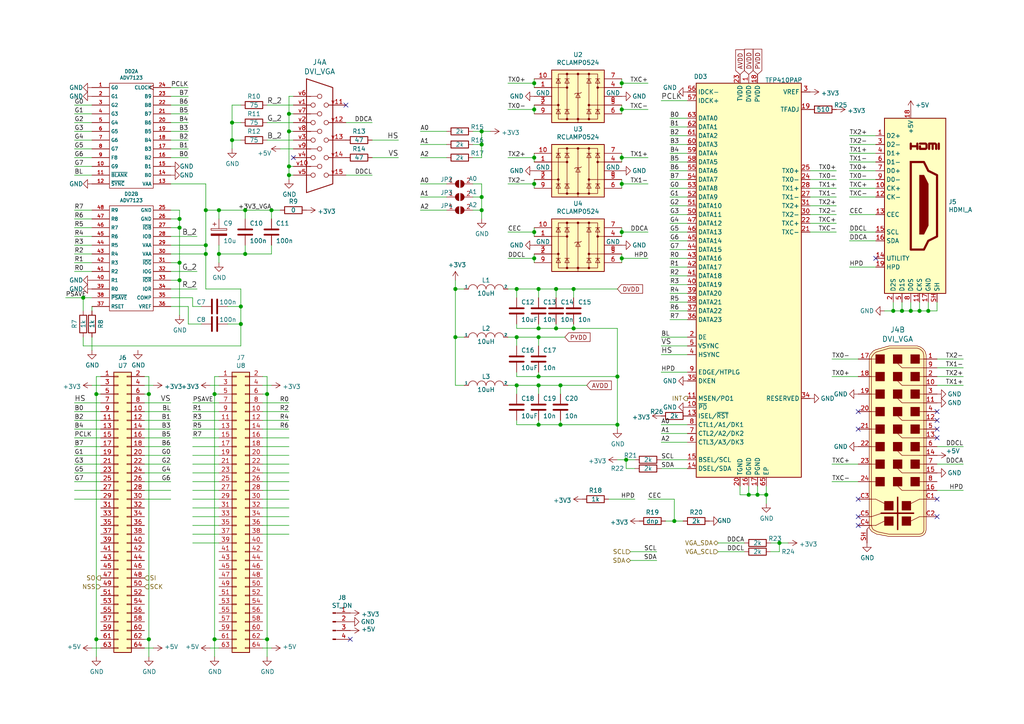
<source format=kicad_sch>
(kicad_sch (version 20200828) (generator eeschema)
  (page 3 4)
  (paper "A4")
  (junction (at 24.13 86.36) (diameter 1.016))
  (junction (at 27.94 114.3) (diameter 1.016))
  (junction (at 27.94 185.42) (diameter 1.016))
  (junction (at 43.18 114.3) (diameter 1.016))
  (junction (at 43.18 185.42) (diameter 1.016))
  (junction (at 52.07 63.5) (diameter 1.016))
  (junction (at 52.07 66.04) (diameter 1.016))
  (junction (at 52.07 76.2) (diameter 1.016))
  (junction (at 52.07 81.28) (diameter 1.016))
  (junction (at 59.69 60.96) (diameter 1.016))
  (junction (at 59.69 71.12) (diameter 1.016))
  (junction (at 59.69 73.66) (diameter 1.016))
  (junction (at 62.23 114.3) (diameter 1.016))
  (junction (at 62.23 185.42) (diameter 1.016))
  (junction (at 63.5 60.96) (diameter 1.016))
  (junction (at 63.5 73.66) (diameter 1.016))
  (junction (at 67.31 35.56) (diameter 1.016))
  (junction (at 67.31 40.64) (diameter 1.016))
  (junction (at 69.85 88.9) (diameter 1.016))
  (junction (at 69.85 93.98) (diameter 1.016))
  (junction (at 71.12 60.96) (diameter 1.016))
  (junction (at 71.12 73.66) (diameter 1.016))
  (junction (at 77.47 114.3) (diameter 1.016))
  (junction (at 77.47 185.42) (diameter 1.016))
  (junction (at 78.74 60.96) (diameter 1.016))
  (junction (at 83.82 33.02) (diameter 1.016))
  (junction (at 83.82 38.1) (diameter 1.016))
  (junction (at 83.82 48.26) (diameter 1.016))
  (junction (at 83.82 50.8) (diameter 1.016))
  (junction (at 132.08 83.82) (diameter 1.016))
  (junction (at 132.08 97.79) (diameter 1.016))
  (junction (at 139.7 38.1) (diameter 1.016))
  (junction (at 139.7 41.91) (diameter 1.016))
  (junction (at 139.7 57.15) (diameter 1.016))
  (junction (at 139.7 60.96) (diameter 1.016))
  (junction (at 149.86 83.82) (diameter 1.016))
  (junction (at 149.86 97.79) (diameter 1.016))
  (junction (at 149.86 111.76) (diameter 1.016))
  (junction (at 154.94 24.13) (diameter 1.016))
  (junction (at 154.94 31.75) (diameter 1.016))
  (junction (at 154.94 45.72) (diameter 1.016))
  (junction (at 154.94 53.34) (diameter 1.016))
  (junction (at 154.94 67.31) (diameter 1.016))
  (junction (at 154.94 74.93) (diameter 1.016))
  (junction (at 156.21 83.82) (diameter 1.016))
  (junction (at 156.21 95.25) (diameter 1.016))
  (junction (at 156.21 97.79) (diameter 1.016))
  (junction (at 156.21 109.22) (diameter 1.016))
  (junction (at 156.21 111.76) (diameter 1.016))
  (junction (at 156.21 123.19) (diameter 1.016))
  (junction (at 161.29 83.82) (diameter 1.016))
  (junction (at 161.29 95.25) (diameter 1.016))
  (junction (at 162.56 111.76) (diameter 1.016))
  (junction (at 162.56 123.19) (diameter 1.016))
  (junction (at 166.37 83.82) (diameter 1.016))
  (junction (at 166.37 95.25) (diameter 1.016))
  (junction (at 179.07 109.22) (diameter 1.016))
  (junction (at 179.07 123.19) (diameter 1.016))
  (junction (at 180.34 24.13) (diameter 1.016))
  (junction (at 180.34 31.75) (diameter 1.016))
  (junction (at 180.34 45.72) (diameter 1.016))
  (junction (at 180.34 53.34) (diameter 1.016))
  (junction (at 180.34 67.31) (diameter 1.016))
  (junction (at 180.34 74.93) (diameter 1.016))
  (junction (at 181.61 133.35) (diameter 1.016))
  (junction (at 195.58 151.13) (diameter 1.016))
  (junction (at 217.17 143.51) (diameter 1.016))
  (junction (at 219.71 143.51) (diameter 1.016))
  (junction (at 222.25 143.51) (diameter 1.016))
  (junction (at 226.06 157.48) (diameter 1.016))
  (junction (at 259.08 90.17) (diameter 1.016))
  (junction (at 261.62 90.17) (diameter 1.016))
  (junction (at 264.16 90.17) (diameter 1.016))
  (junction (at 266.7 90.17) (diameter 1.016))
  (junction (at 269.24 90.17) (diameter 1.016))
  (no_connect (at 254 74.93))
  (no_connect (at 271.78 144.78))
  (no_connect (at 248.92 124.46))
  (no_connect (at 85.09 45.72))
  (no_connect (at 101.6 185.42))
  (no_connect (at 248.92 149.86))
  (no_connect (at 248.92 144.78))
  (no_connect (at 271.78 149.86))
  (no_connect (at 271.78 121.92))
  (no_connect (at 100.33 30.48))
  (no_connect (at 248.92 152.4))
  (no_connect (at 248.92 119.38))
  (no_connect (at 271.78 124.46))
  (no_connect (at 271.78 119.38))
  (no_connect (at 271.78 127))
  (wire (pts (xy 19.05 86.36) (xy 24.13 86.36)))
  (wire (pts (xy 21.59 30.48) (xy 26.67 30.48)))
  (wire (pts (xy 21.59 33.02) (xy 26.67 33.02)))
  (wire (pts (xy 21.59 35.56) (xy 26.67 35.56)))
  (wire (pts (xy 21.59 38.1) (xy 26.67 38.1)))
  (wire (pts (xy 21.59 40.64) (xy 26.67 40.64)))
  (wire (pts (xy 21.59 43.18) (xy 26.67 43.18)))
  (wire (pts (xy 21.59 45.72) (xy 26.67 45.72)))
  (wire (pts (xy 21.59 48.26) (xy 26.67 48.26)))
  (wire (pts (xy 21.59 50.8) (xy 26.67 50.8)))
  (wire (pts (xy 21.59 60.96) (xy 26.67 60.96)))
  (wire (pts (xy 21.59 63.5) (xy 26.67 63.5)))
  (wire (pts (xy 21.59 66.04) (xy 26.67 66.04)))
  (wire (pts (xy 21.59 68.58) (xy 26.67 68.58)))
  (wire (pts (xy 21.59 71.12) (xy 26.67 71.12)))
  (wire (pts (xy 21.59 73.66) (xy 26.67 73.66)))
  (wire (pts (xy 21.59 76.2) (xy 26.67 76.2)))
  (wire (pts (xy 21.59 78.74) (xy 26.67 78.74)))
  (wire (pts (xy 21.59 116.84) (xy 29.21 116.84)))
  (wire (pts (xy 21.59 119.38) (xy 29.21 119.38)))
  (wire (pts (xy 21.59 121.92) (xy 29.21 121.92)))
  (wire (pts (xy 21.59 124.46) (xy 29.21 124.46)))
  (wire (pts (xy 21.59 127) (xy 29.21 127)))
  (wire (pts (xy 21.59 129.54) (xy 29.21 129.54)))
  (wire (pts (xy 21.59 132.08) (xy 29.21 132.08)))
  (wire (pts (xy 21.59 134.62) (xy 29.21 134.62)))
  (wire (pts (xy 21.59 137.16) (xy 29.21 137.16)))
  (wire (pts (xy 21.59 139.7) (xy 29.21 139.7)))
  (wire (pts (xy 21.59 142.24) (xy 29.21 142.24)))
  (wire (pts (xy 21.59 144.78) (xy 29.21 144.78)))
  (wire (pts (xy 24.13 86.36) (xy 24.13 90.17)))
  (wire (pts (xy 24.13 86.36) (xy 26.67 86.36)))
  (wire (pts (xy 24.13 97.79) (xy 24.13 100.33)))
  (wire (pts (xy 24.13 100.33) (xy 69.85 100.33)))
  (wire (pts (xy 26.67 88.9) (xy 26.67 90.17)))
  (wire (pts (xy 26.67 97.79) (xy 26.67 101.6)))
  (wire (pts (xy 26.67 111.76) (xy 29.21 111.76)))
  (wire (pts (xy 26.67 187.96) (xy 29.21 187.96)))
  (wire (pts (xy 27.94 109.22) (xy 29.21 109.22)))
  (wire (pts (xy 27.94 114.3) (xy 27.94 109.22)))
  (wire (pts (xy 27.94 114.3) (xy 29.21 114.3)))
  (wire (pts (xy 27.94 185.42) (xy 27.94 114.3)))
  (wire (pts (xy 27.94 185.42) (xy 29.21 185.42)))
  (wire (pts (xy 27.94 190.5) (xy 27.94 185.42)))
  (wire (pts (xy 41.91 109.22) (xy 43.18 109.22)))
  (wire (pts (xy 41.91 111.76) (xy 44.45 111.76)))
  (wire (pts (xy 41.91 114.3) (xy 43.18 114.3)))
  (wire (pts (xy 41.91 116.84) (xy 49.53 116.84)))
  (wire (pts (xy 41.91 119.38) (xy 49.53 119.38)))
  (wire (pts (xy 41.91 121.92) (xy 49.53 121.92)))
  (wire (pts (xy 41.91 124.46) (xy 49.53 124.46)))
  (wire (pts (xy 41.91 127) (xy 49.53 127)))
  (wire (pts (xy 41.91 129.54) (xy 49.53 129.54)))
  (wire (pts (xy 41.91 132.08) (xy 49.53 132.08)))
  (wire (pts (xy 41.91 134.62) (xy 49.53 134.62)))
  (wire (pts (xy 41.91 137.16) (xy 49.53 137.16)))
  (wire (pts (xy 41.91 139.7) (xy 49.53 139.7)))
  (wire (pts (xy 41.91 142.24) (xy 49.53 142.24)))
  (wire (pts (xy 41.91 144.78) (xy 49.53 144.78)))
  (wire (pts (xy 41.91 185.42) (xy 43.18 185.42)))
  (wire (pts (xy 41.91 187.96) (xy 44.45 187.96)))
  (wire (pts (xy 43.18 109.22) (xy 43.18 114.3)))
  (wire (pts (xy 43.18 114.3) (xy 43.18 185.42)))
  (wire (pts (xy 43.18 185.42) (xy 43.18 190.5)))
  (wire (pts (xy 49.53 53.34) (xy 59.69 53.34)))
  (wire (pts (xy 49.53 60.96) (xy 52.07 60.96)))
  (wire (pts (xy 49.53 63.5) (xy 52.07 63.5)))
  (wire (pts (xy 49.53 66.04) (xy 52.07 66.04)))
  (wire (pts (xy 49.53 68.58) (xy 57.15 68.58)))
  (wire (pts (xy 49.53 71.12) (xy 59.69 71.12)))
  (wire (pts (xy 49.53 73.66) (xy 59.69 73.66)))
  (wire (pts (xy 49.53 76.2) (xy 52.07 76.2)))
  (wire (pts (xy 49.53 78.74) (xy 57.15 78.74)))
  (wire (pts (xy 49.53 81.28) (xy 52.07 81.28)))
  (wire (pts (xy 49.53 83.82) (xy 57.15 83.82)))
  (wire (pts (xy 49.53 86.36) (xy 55.88 86.36)))
  (wire (pts (xy 49.53 88.9) (xy 54.61 88.9)))
  (wire (pts (xy 52.07 60.96) (xy 52.07 63.5)))
  (wire (pts (xy 52.07 63.5) (xy 52.07 66.04)))
  (wire (pts (xy 52.07 66.04) (xy 52.07 76.2)))
  (wire (pts (xy 52.07 76.2) (xy 52.07 81.28)))
  (wire (pts (xy 52.07 81.28) (xy 52.07 91.44)))
  (wire (pts (xy 54.61 25.4) (xy 49.53 25.4)))
  (wire (pts (xy 54.61 27.94) (xy 49.53 27.94)))
  (wire (pts (xy 54.61 30.48) (xy 49.53 30.48)))
  (wire (pts (xy 54.61 33.02) (xy 49.53 33.02)))
  (wire (pts (xy 54.61 35.56) (xy 49.53 35.56)))
  (wire (pts (xy 54.61 38.1) (xy 49.53 38.1)))
  (wire (pts (xy 54.61 40.64) (xy 49.53 40.64)))
  (wire (pts (xy 54.61 43.18) (xy 49.53 43.18)))
  (wire (pts (xy 54.61 45.72) (xy 49.53 45.72)))
  (wire (pts (xy 54.61 88.9) (xy 54.61 93.98)))
  (wire (pts (xy 54.61 93.98) (xy 58.42 93.98)))
  (wire (pts (xy 55.88 86.36) (xy 55.88 88.9)))
  (wire (pts (xy 55.88 88.9) (xy 58.42 88.9)))
  (wire (pts (xy 55.88 116.84) (xy 63.5 116.84)))
  (wire (pts (xy 55.88 119.38) (xy 63.5 119.38)))
  (wire (pts (xy 55.88 121.92) (xy 63.5 121.92)))
  (wire (pts (xy 55.88 124.46) (xy 63.5 124.46)))
  (wire (pts (xy 55.88 127) (xy 63.5 127)))
  (wire (pts (xy 55.88 129.54) (xy 63.5 129.54)))
  (wire (pts (xy 55.88 132.08) (xy 63.5 132.08)))
  (wire (pts (xy 55.88 134.62) (xy 63.5 134.62)))
  (wire (pts (xy 55.88 137.16) (xy 63.5 137.16)))
  (wire (pts (xy 55.88 139.7) (xy 63.5 139.7)))
  (wire (pts (xy 55.88 142.24) (xy 63.5 142.24)))
  (wire (pts (xy 55.88 144.78) (xy 63.5 144.78)))
  (wire (pts (xy 55.88 147.32) (xy 63.5 147.32)))
  (wire (pts (xy 55.88 149.86) (xy 63.5 149.86)))
  (wire (pts (xy 55.88 152.4) (xy 63.5 152.4)))
  (wire (pts (xy 55.88 154.94) (xy 63.5 154.94)))
  (wire (pts (xy 55.88 157.48) (xy 63.5 157.48)))
  (wire (pts (xy 59.69 53.34) (xy 59.69 60.96)))
  (wire (pts (xy 59.69 60.96) (xy 59.69 71.12)))
  (wire (pts (xy 59.69 60.96) (xy 63.5 60.96)))
  (wire (pts (xy 59.69 71.12) (xy 59.69 73.66)))
  (wire (pts (xy 59.69 73.66) (xy 59.69 83.82)))
  (wire (pts (xy 59.69 83.82) (xy 69.85 83.82)))
  (wire (pts (xy 60.96 111.76) (xy 63.5 111.76)))
  (wire (pts (xy 60.96 187.96) (xy 63.5 187.96)))
  (wire (pts (xy 62.23 109.22) (xy 63.5 109.22)))
  (wire (pts (xy 62.23 114.3) (xy 62.23 109.22)))
  (wire (pts (xy 62.23 114.3) (xy 62.23 185.42)))
  (wire (pts (xy 62.23 114.3) (xy 63.5 114.3)))
  (wire (pts (xy 62.23 185.42) (xy 62.23 190.5)))
  (wire (pts (xy 62.23 185.42) (xy 63.5 185.42)))
  (wire (pts (xy 63.5 60.96) (xy 63.5 63.5)))
  (wire (pts (xy 63.5 60.96) (xy 71.12 60.96)))
  (wire (pts (xy 63.5 71.12) (xy 63.5 73.66)))
  (wire (pts (xy 63.5 73.66) (xy 63.5 76.2)))
  (wire (pts (xy 63.5 73.66) (xy 71.12 73.66)))
  (wire (pts (xy 66.04 88.9) (xy 69.85 88.9)))
  (wire (pts (xy 67.31 30.48) (xy 69.85 30.48)))
  (wire (pts (xy 67.31 35.56) (xy 67.31 30.48)))
  (wire (pts (xy 67.31 35.56) (xy 69.85 35.56)))
  (wire (pts (xy 67.31 40.64) (xy 67.31 35.56)))
  (wire (pts (xy 67.31 40.64) (xy 69.85 40.64)))
  (wire (pts (xy 67.31 43.18) (xy 67.31 40.64)))
  (wire (pts (xy 69.85 83.82) (xy 69.85 88.9)))
  (wire (pts (xy 69.85 88.9) (xy 69.85 93.98)))
  (wire (pts (xy 69.85 93.98) (xy 66.04 93.98)))
  (wire (pts (xy 69.85 100.33) (xy 69.85 93.98)))
  (wire (pts (xy 71.12 60.96) (xy 71.12 63.5)))
  (wire (pts (xy 71.12 60.96) (xy 78.74 60.96)))
  (wire (pts (xy 71.12 71.12) (xy 71.12 73.66)))
  (wire (pts (xy 71.12 73.66) (xy 78.74 73.66)))
  (wire (pts (xy 76.2 116.84) (xy 83.82 116.84)))
  (wire (pts (xy 76.2 119.38) (xy 83.82 119.38)))
  (wire (pts (xy 76.2 121.92) (xy 83.82 121.92)))
  (wire (pts (xy 76.2 124.46) (xy 83.82 124.46)))
  (wire (pts (xy 76.2 127) (xy 83.82 127)))
  (wire (pts (xy 76.2 129.54) (xy 83.82 129.54)))
  (wire (pts (xy 76.2 132.08) (xy 83.82 132.08)))
  (wire (pts (xy 76.2 134.62) (xy 83.82 134.62)))
  (wire (pts (xy 76.2 137.16) (xy 83.82 137.16)))
  (wire (pts (xy 76.2 139.7) (xy 83.82 139.7)))
  (wire (pts (xy 76.2 142.24) (xy 83.82 142.24)))
  (wire (pts (xy 76.2 144.78) (xy 83.82 144.78)))
  (wire (pts (xy 76.2 147.32) (xy 83.82 147.32)))
  (wire (pts (xy 76.2 149.86) (xy 83.82 149.86)))
  (wire (pts (xy 76.2 152.4) (xy 83.82 152.4)))
  (wire (pts (xy 76.2 154.94) (xy 83.82 154.94)))
  (wire (pts (xy 76.2 185.42) (xy 77.47 185.42)))
  (wire (pts (xy 76.2 187.96) (xy 78.74 187.96)))
  (wire (pts (xy 77.47 30.48) (xy 85.09 30.48)))
  (wire (pts (xy 77.47 35.56) (xy 85.09 35.56)))
  (wire (pts (xy 77.47 40.64) (xy 85.09 40.64)))
  (wire (pts (xy 77.47 109.22) (xy 76.2 109.22)))
  (wire (pts (xy 77.47 114.3) (xy 76.2 114.3)))
  (wire (pts (xy 77.47 114.3) (xy 77.47 109.22)))
  (wire (pts (xy 77.47 114.3) (xy 77.47 185.42)))
  (wire (pts (xy 77.47 185.42) (xy 77.47 190.5)))
  (wire (pts (xy 78.74 60.96) (xy 78.74 63.5)))
  (wire (pts (xy 78.74 60.96) (xy 81.28 60.96)))
  (wire (pts (xy 78.74 73.66) (xy 78.74 71.12)))
  (wire (pts (xy 78.74 111.76) (xy 76.2 111.76)))
  (wire (pts (xy 81.28 43.18) (xy 85.09 43.18)))
  (wire (pts (xy 83.82 27.94) (xy 85.09 27.94)))
  (wire (pts (xy 83.82 33.02) (xy 83.82 27.94)))
  (wire (pts (xy 83.82 33.02) (xy 85.09 33.02)))
  (wire (pts (xy 83.82 38.1) (xy 83.82 33.02)))
  (wire (pts (xy 83.82 38.1) (xy 85.09 38.1)))
  (wire (pts (xy 83.82 48.26) (xy 83.82 38.1)))
  (wire (pts (xy 83.82 48.26) (xy 85.09 48.26)))
  (wire (pts (xy 83.82 50.8) (xy 83.82 48.26)))
  (wire (pts (xy 83.82 50.8) (xy 85.09 50.8)))
  (wire (pts (xy 83.82 52.07) (xy 83.82 50.8)))
  (wire (pts (xy 107.95 35.56) (xy 100.33 35.56)))
  (wire (pts (xy 107.95 40.64) (xy 115.57 40.64)))
  (wire (pts (xy 107.95 45.72) (xy 115.57 45.72)))
  (wire (pts (xy 107.95 50.8) (xy 100.33 50.8)))
  (wire (pts (xy 121.92 38.1) (xy 129.54 38.1)))
  (wire (pts (xy 121.92 41.91) (xy 129.54 41.91)))
  (wire (pts (xy 121.92 45.72) (xy 129.54 45.72)))
  (wire (pts (xy 121.92 53.34) (xy 129.54 53.34)))
  (wire (pts (xy 121.92 57.15) (xy 129.54 57.15)))
  (wire (pts (xy 121.92 60.96) (xy 129.54 60.96)))
  (wire (pts (xy 132.08 81.28) (xy 132.08 83.82)))
  (wire (pts (xy 132.08 83.82) (xy 134.62 83.82)))
  (wire (pts (xy 132.08 97.79) (xy 132.08 83.82)))
  (wire (pts (xy 132.08 97.79) (xy 134.62 97.79)))
  (wire (pts (xy 132.08 111.76) (xy 132.08 97.79)))
  (wire (pts (xy 134.62 111.76) (xy 132.08 111.76)))
  (wire (pts (xy 137.16 38.1) (xy 139.7 38.1)))
  (wire (pts (xy 137.16 41.91) (xy 139.7 41.91)))
  (wire (pts (xy 137.16 45.72) (xy 139.7 45.72)))
  (wire (pts (xy 137.16 53.34) (xy 139.7 53.34)))
  (wire (pts (xy 137.16 57.15) (xy 139.7 57.15)))
  (wire (pts (xy 137.16 60.96) (xy 139.7 60.96)))
  (wire (pts (xy 139.7 38.1) (xy 142.24 38.1)))
  (wire (pts (xy 139.7 41.91) (xy 139.7 38.1)))
  (wire (pts (xy 139.7 45.72) (xy 139.7 41.91)))
  (wire (pts (xy 139.7 53.34) (xy 139.7 57.15)))
  (wire (pts (xy 139.7 57.15) (xy 139.7 60.96)))
  (wire (pts (xy 139.7 60.96) (xy 139.7 63.5)))
  (wire (pts (xy 147.32 24.13) (xy 154.94 24.13)))
  (wire (pts (xy 147.32 31.75) (xy 154.94 31.75)))
  (wire (pts (xy 147.32 45.72) (xy 154.94 45.72)))
  (wire (pts (xy 147.32 53.34) (xy 154.94 53.34)))
  (wire (pts (xy 147.32 67.31) (xy 154.94 67.31)))
  (wire (pts (xy 147.32 74.93) (xy 154.94 74.93)))
  (wire (pts (xy 147.32 83.82) (xy 149.86 83.82)))
  (wire (pts (xy 147.32 97.79) (xy 149.86 97.79)))
  (wire (pts (xy 147.32 111.76) (xy 149.86 111.76)))
  (wire (pts (xy 149.86 83.82) (xy 149.86 86.36)))
  (wire (pts (xy 149.86 83.82) (xy 156.21 83.82)))
  (wire (pts (xy 149.86 93.98) (xy 149.86 95.25)))
  (wire (pts (xy 149.86 95.25) (xy 156.21 95.25)))
  (wire (pts (xy 149.86 97.79) (xy 149.86 100.33)))
  (wire (pts (xy 149.86 97.79) (xy 156.21 97.79)))
  (wire (pts (xy 149.86 107.95) (xy 149.86 109.22)))
  (wire (pts (xy 149.86 109.22) (xy 156.21 109.22)))
  (wire (pts (xy 149.86 111.76) (xy 149.86 114.3)))
  (wire (pts (xy 149.86 111.76) (xy 156.21 111.76)))
  (wire (pts (xy 149.86 121.92) (xy 149.86 123.19)))
  (wire (pts (xy 149.86 123.19) (xy 156.21 123.19)))
  (wire (pts (xy 154.94 22.86) (xy 154.94 24.13)))
  (wire (pts (xy 154.94 24.13) (xy 154.94 25.4)))
  (wire (pts (xy 154.94 30.48) (xy 154.94 31.75)))
  (wire (pts (xy 154.94 31.75) (xy 154.94 33.02)))
  (wire (pts (xy 154.94 44.45) (xy 154.94 45.72)))
  (wire (pts (xy 154.94 45.72) (xy 154.94 46.99)))
  (wire (pts (xy 154.94 52.07) (xy 154.94 53.34)))
  (wire (pts (xy 154.94 53.34) (xy 154.94 54.61)))
  (wire (pts (xy 154.94 66.04) (xy 154.94 67.31)))
  (wire (pts (xy 154.94 67.31) (xy 154.94 68.58)))
  (wire (pts (xy 154.94 73.66) (xy 154.94 74.93)))
  (wire (pts (xy 154.94 74.93) (xy 154.94 76.2)))
  (wire (pts (xy 156.21 83.82) (xy 156.21 86.36)))
  (wire (pts (xy 156.21 83.82) (xy 161.29 83.82)))
  (wire (pts (xy 156.21 93.98) (xy 156.21 95.25)))
  (wire (pts (xy 156.21 95.25) (xy 161.29 95.25)))
  (wire (pts (xy 156.21 97.79) (xy 156.21 100.33)))
  (wire (pts (xy 156.21 97.79) (xy 163.83 97.79)))
  (wire (pts (xy 156.21 107.95) (xy 156.21 109.22)))
  (wire (pts (xy 156.21 109.22) (xy 179.07 109.22)))
  (wire (pts (xy 156.21 111.76) (xy 156.21 114.3)))
  (wire (pts (xy 156.21 111.76) (xy 162.56 111.76)))
  (wire (pts (xy 156.21 121.92) (xy 156.21 123.19)))
  (wire (pts (xy 156.21 123.19) (xy 162.56 123.19)))
  (wire (pts (xy 161.29 83.82) (xy 161.29 86.36)))
  (wire (pts (xy 161.29 83.82) (xy 166.37 83.82)))
  (wire (pts (xy 161.29 93.98) (xy 161.29 95.25)))
  (wire (pts (xy 161.29 95.25) (xy 166.37 95.25)))
  (wire (pts (xy 162.56 111.76) (xy 162.56 114.3)))
  (wire (pts (xy 162.56 111.76) (xy 170.18 111.76)))
  (wire (pts (xy 162.56 121.92) (xy 162.56 123.19)))
  (wire (pts (xy 162.56 123.19) (xy 179.07 123.19)))
  (wire (pts (xy 166.37 83.82) (xy 166.37 86.36)))
  (wire (pts (xy 166.37 83.82) (xy 179.07 83.82)))
  (wire (pts (xy 166.37 93.98) (xy 166.37 95.25)))
  (wire (pts (xy 166.37 95.25) (xy 179.07 95.25)))
  (wire (pts (xy 179.07 109.22) (xy 179.07 95.25)))
  (wire (pts (xy 179.07 123.19) (xy 179.07 109.22)))
  (wire (pts (xy 179.07 123.19) (xy 179.07 124.46)))
  (wire (pts (xy 180.34 22.86) (xy 180.34 24.13)))
  (wire (pts (xy 180.34 24.13) (xy 180.34 25.4)))
  (wire (pts (xy 180.34 30.48) (xy 180.34 31.75)))
  (wire (pts (xy 180.34 31.75) (xy 180.34 33.02)))
  (wire (pts (xy 180.34 44.45) (xy 180.34 45.72)))
  (wire (pts (xy 180.34 45.72) (xy 180.34 46.99)))
  (wire (pts (xy 180.34 52.07) (xy 180.34 53.34)))
  (wire (pts (xy 180.34 53.34) (xy 180.34 54.61)))
  (wire (pts (xy 180.34 66.04) (xy 180.34 67.31)))
  (wire (pts (xy 180.34 67.31) (xy 180.34 68.58)))
  (wire (pts (xy 180.34 73.66) (xy 180.34 74.93)))
  (wire (pts (xy 180.34 74.93) (xy 180.34 76.2)))
  (wire (pts (xy 181.61 133.35) (xy 179.07 133.35)))
  (wire (pts (xy 181.61 135.89) (xy 181.61 133.35)))
  (wire (pts (xy 184.15 133.35) (xy 181.61 133.35)))
  (wire (pts (xy 184.15 135.89) (xy 181.61 135.89)))
  (wire (pts (xy 184.15 144.78) (xy 176.53 144.78)))
  (wire (pts (xy 187.96 24.13) (xy 180.34 24.13)))
  (wire (pts (xy 187.96 31.75) (xy 180.34 31.75)))
  (wire (pts (xy 187.96 45.72) (xy 180.34 45.72)))
  (wire (pts (xy 187.96 53.34) (xy 180.34 53.34)))
  (wire (pts (xy 187.96 67.31) (xy 180.34 67.31)))
  (wire (pts (xy 187.96 74.93) (xy 180.34 74.93)))
  (wire (pts (xy 187.96 144.78) (xy 195.58 144.78)))
  (wire (pts (xy 190.5 160.02) (xy 182.88 160.02)))
  (wire (pts (xy 190.5 162.56) (xy 182.88 162.56)))
  (wire (pts (xy 191.77 107.95) (xy 199.39 107.95)))
  (wire (pts (xy 191.77 123.19) (xy 199.39 123.19)))
  (wire (pts (xy 191.77 125.73) (xy 199.39 125.73)))
  (wire (pts (xy 191.77 128.27) (xy 199.39 128.27)))
  (wire (pts (xy 191.77 133.35) (xy 199.39 133.35)))
  (wire (pts (xy 191.77 135.89) (xy 199.39 135.89)))
  (wire (pts (xy 193.04 151.13) (xy 195.58 151.13)))
  (wire (pts (xy 194.31 34.29) (xy 199.39 34.29)))
  (wire (pts (xy 194.31 36.83) (xy 199.39 36.83)))
  (wire (pts (xy 194.31 39.37) (xy 199.39 39.37)))
  (wire (pts (xy 194.31 41.91) (xy 199.39 41.91)))
  (wire (pts (xy 194.31 44.45) (xy 199.39 44.45)))
  (wire (pts (xy 194.31 46.99) (xy 199.39 46.99)))
  (wire (pts (xy 194.31 49.53) (xy 199.39 49.53)))
  (wire (pts (xy 194.31 52.07) (xy 199.39 52.07)))
  (wire (pts (xy 194.31 54.61) (xy 199.39 54.61)))
  (wire (pts (xy 194.31 57.15) (xy 199.39 57.15)))
  (wire (pts (xy 194.31 59.69) (xy 199.39 59.69)))
  (wire (pts (xy 194.31 62.23) (xy 199.39 62.23)))
  (wire (pts (xy 194.31 64.77) (xy 199.39 64.77)))
  (wire (pts (xy 194.31 67.31) (xy 199.39 67.31)))
  (wire (pts (xy 194.31 69.85) (xy 199.39 69.85)))
  (wire (pts (xy 194.31 72.39) (xy 199.39 72.39)))
  (wire (pts (xy 194.31 74.93) (xy 199.39 74.93)))
  (wire (pts (xy 194.31 77.47) (xy 199.39 77.47)))
  (wire (pts (xy 194.31 80.01) (xy 199.39 80.01)))
  (wire (pts (xy 194.31 82.55) (xy 199.39 82.55)))
  (wire (pts (xy 194.31 85.09) (xy 199.39 85.09)))
  (wire (pts (xy 194.31 87.63) (xy 199.39 87.63)))
  (wire (pts (xy 194.31 90.17) (xy 199.39 90.17)))
  (wire (pts (xy 194.31 92.71) (xy 199.39 92.71)))
  (wire (pts (xy 195.58 144.78) (xy 195.58 151.13)))
  (wire (pts (xy 195.58 151.13) (xy 198.12 151.13)))
  (wire (pts (xy 199.39 29.21) (xy 191.77 29.21)))
  (wire (pts (xy 199.39 97.79) (xy 191.77 97.79)))
  (wire (pts (xy 199.39 100.33) (xy 191.77 100.33)))
  (wire (pts (xy 199.39 102.87) (xy 191.77 102.87)))
  (wire (pts (xy 214.63 140.97) (xy 214.63 143.51)))
  (wire (pts (xy 214.63 143.51) (xy 217.17 143.51)))
  (wire (pts (xy 215.9 157.48) (xy 208.28 157.48)))
  (wire (pts (xy 215.9 160.02) (xy 208.28 160.02)))
  (wire (pts (xy 217.17 140.97) (xy 217.17 143.51)))
  (wire (pts (xy 217.17 143.51) (xy 219.71 143.51)))
  (wire (pts (xy 219.71 140.97) (xy 219.71 143.51)))
  (wire (pts (xy 219.71 143.51) (xy 222.25 143.51)))
  (wire (pts (xy 222.25 140.97) (xy 222.25 143.51)))
  (wire (pts (xy 222.25 143.51) (xy 222.25 146.05)))
  (wire (pts (xy 223.52 157.48) (xy 226.06 157.48)))
  (wire (pts (xy 223.52 160.02) (xy 226.06 160.02)))
  (wire (pts (xy 226.06 157.48) (xy 228.6 157.48)))
  (wire (pts (xy 226.06 160.02) (xy 226.06 157.48)))
  (wire (pts (xy 241.3 104.14) (xy 248.92 104.14)))
  (wire (pts (xy 241.3 109.22) (xy 248.92 109.22)))
  (wire (pts (xy 241.3 134.62) (xy 248.92 134.62)))
  (wire (pts (xy 241.3 139.7) (xy 248.92 139.7)))
  (wire (pts (xy 242.57 49.53) (xy 234.95 49.53)))
  (wire (pts (xy 242.57 52.07) (xy 234.95 52.07)))
  (wire (pts (xy 242.57 54.61) (xy 234.95 54.61)))
  (wire (pts (xy 242.57 57.15) (xy 234.95 57.15)))
  (wire (pts (xy 242.57 59.69) (xy 234.95 59.69)))
  (wire (pts (xy 242.57 62.23) (xy 234.95 62.23)))
  (wire (pts (xy 242.57 64.77) (xy 234.95 64.77)))
  (wire (pts (xy 242.57 67.31) (xy 234.95 67.31)))
  (wire (pts (xy 246.38 39.37) (xy 254 39.37)))
  (wire (pts (xy 246.38 41.91) (xy 254 41.91)))
  (wire (pts (xy 246.38 44.45) (xy 254 44.45)))
  (wire (pts (xy 246.38 46.99) (xy 254 46.99)))
  (wire (pts (xy 246.38 49.53) (xy 254 49.53)))
  (wire (pts (xy 246.38 52.07) (xy 254 52.07)))
  (wire (pts (xy 246.38 54.61) (xy 254 54.61)))
  (wire (pts (xy 246.38 57.15) (xy 254 57.15)))
  (wire (pts (xy 246.38 62.23) (xy 254 62.23)))
  (wire (pts (xy 246.38 67.31) (xy 254 67.31)))
  (wire (pts (xy 246.38 69.85) (xy 254 69.85)))
  (wire (pts (xy 246.38 77.47) (xy 254 77.47)))
  (wire (pts (xy 256.54 90.17) (xy 259.08 90.17)))
  (wire (pts (xy 259.08 87.63) (xy 259.08 90.17)))
  (wire (pts (xy 259.08 90.17) (xy 261.62 90.17)))
  (wire (pts (xy 261.62 87.63) (xy 261.62 90.17)))
  (wire (pts (xy 261.62 90.17) (xy 264.16 90.17)))
  (wire (pts (xy 264.16 87.63) (xy 264.16 90.17)))
  (wire (pts (xy 264.16 90.17) (xy 266.7 90.17)))
  (wire (pts (xy 266.7 87.63) (xy 266.7 90.17)))
  (wire (pts (xy 266.7 90.17) (xy 269.24 90.17)))
  (wire (pts (xy 269.24 87.63) (xy 269.24 90.17)))
  (wire (pts (xy 269.24 90.17) (xy 271.78 90.17)))
  (wire (pts (xy 271.78 90.17) (xy 271.78 87.63)))
  (wire (pts (xy 279.4 104.14) (xy 271.78 104.14)))
  (wire (pts (xy 279.4 106.68) (xy 271.78 106.68)))
  (wire (pts (xy 279.4 109.22) (xy 271.78 109.22)))
  (wire (pts (xy 279.4 111.76) (xy 271.78 111.76)))
  (wire (pts (xy 279.4 129.54) (xy 271.78 129.54)))
  (wire (pts (xy 279.4 134.62) (xy 271.78 134.62)))
  (wire (pts (xy 279.4 142.24) (xy 271.78 142.24)))
  (label "PSAVE" (at 19.05 86.36 0))
  (label "G0" (at 21.59 30.48 0))
  (label "G1" (at 21.59 33.02 0))
  (label "G2" (at 21.59 35.56 0))
  (label "G3" (at 21.59 38.1 0))
  (label "G4" (at 21.59 40.64 0))
  (label "G5" (at 21.59 43.18 0))
  (label "G6" (at 21.59 45.72 0))
  (label "G7" (at 21.59 48.26 0))
  (label "BL" (at 21.59 50.8 0))
  (label "R7" (at 21.59 60.96 0))
  (label "R6" (at 21.59 63.5 0))
  (label "R5" (at 21.59 66.04 0))
  (label "R4" (at 21.59 68.58 0))
  (label "R3" (at 21.59 71.12 0))
  (label "R2" (at 21.59 73.66 0))
  (label "R1" (at 21.59 76.2 0))
  (label "R0" (at 21.59 78.74 0))
  (label "HS" (at 21.59 116.84 0) (effects (font (size 1.524 1.524))))
  (label "B0" (at 21.59 119.38 0))
  (label "B2" (at 21.59 121.92 0))
  (label "B4" (at 21.59 124.46 0))
  (label "PCLK" (at 21.59 127 0))
  (label "B7" (at 21.59 129.54 0))
  (label "G1" (at 21.59 132.08 0))
  (label "G3" (at 21.59 134.62 0))
  (label "G5" (at 21.59 137.16 0))
  (label "G7" (at 21.59 139.7 0))
  (label "VS" (at 49.53 116.84 180) (effects (font (size 1.524 1.524))))
  (label "BL" (at 49.53 119.38 180))
  (label "B1" (at 49.53 121.92 180))
  (label "B3" (at 49.53 124.46 180))
  (label "B5" (at 49.53 127 180))
  (label "B6" (at 49.53 129.54 180))
  (label "G0" (at 49.53 132.08 180))
  (label "G2" (at 49.53 134.62 180))
  (label "G4" (at 49.53 137.16 180))
  (label "G6" (at 49.53 139.7 180))
  (label "PCLK" (at 54.61 25.4 180))
  (label "B7" (at 54.61 27.94 180))
  (label "B6" (at 54.61 30.48 180))
  (label "B5" (at 54.61 33.02 180))
  (label "B4" (at 54.61 35.56 180))
  (label "B3" (at 54.61 38.1 180))
  (label "B2" (at 54.61 40.64 180))
  (label "B1" (at 54.61 43.18 180))
  (label "B0" (at 54.61 45.72 180))
  (label "PSAVE" (at 55.88 116.84 0))
  (label "R1" (at 55.88 119.38 0))
  (label "R3" (at 55.88 121.92 0))
  (label "R5" (at 55.88 124.46 0))
  (label "R7" (at 55.88 127 0))
  (label "B_2" (at 57.15 68.58 180) (effects (font (size 1.524 1.524))))
  (label "G_2" (at 57.15 78.74 180) (effects (font (size 1.524 1.524))))
  (label "R_2" (at 57.15 83.82 180) (effects (font (size 1.524 1.524))))
  (label "R_2" (at 77.47 30.48 0) (effects (font (size 1.524 1.524))))
  (label "G_2" (at 77.47 35.56 0) (effects (font (size 1.524 1.524))))
  (label "B_2" (at 77.47 40.64 0) (effects (font (size 1.524 1.524))))
  (label "+3V3_VGA" (at 78.74 60.96 180))
  (label "R0" (at 83.82 116.84 180))
  (label "R2" (at 83.82 119.38 180))
  (label "R4" (at 83.82 121.92 180))
  (label "R6" (at 83.82 124.46 180))
  (label "DDCA" (at 107.95 35.56 180))
  (label "DDCL" (at 107.95 50.8 180))
  (label "HS" (at 115.57 40.64 180) (effects (font (size 1.524 1.524))))
  (label "VS" (at 115.57 45.72 180) (effects (font (size 1.524 1.524))))
  (label "A0" (at 121.92 38.1 0))
  (label "A1" (at 121.92 41.91 0))
  (label "A2" (at 121.92 45.72 0))
  (label "A0" (at 121.92 53.34 0))
  (label "A1" (at 121.92 57.15 0))
  (label "A2" (at 121.92 60.96 0))
  (label "TX0+" (at 147.32 24.13 0))
  (label "TX0-" (at 147.32 31.75 0))
  (label "TX2+" (at 147.32 45.72 0))
  (label "TX2-" (at 147.32 53.34 0))
  (label "CEC" (at 147.32 67.31 0))
  (label "DDCL" (at 147.32 74.93 0))
  (label "HPD" (at 184.15 144.78 180))
  (label "TXC+" (at 187.96 24.13 180))
  (label "TXC-" (at 187.96 31.75 180))
  (label "TX1+" (at 187.96 45.72 180))
  (label "TX1-" (at 187.96 53.34 180))
  (label "DDCA" (at 187.96 67.31 180))
  (label "HPD" (at 187.96 74.93 180))
  (label "CEC" (at 187.96 144.78 0))
  (label "SCL" (at 190.5 160.02 180))
  (label "SDA" (at 190.5 162.56 180))
  (label "PCLK" (at 191.77 29.21 0) (effects (font (size 1.524 1.524))))
  (label "BL" (at 191.77 97.79 0))
  (label "VS" (at 191.77 100.33 0) (effects (font (size 1.524 1.524))))
  (label "HS" (at 191.77 102.87 0) (effects (font (size 1.524 1.524))))
  (label "HPD" (at 191.77 107.95 0))
  (label "A0" (at 191.77 123.19 0))
  (label "A1" (at 191.77 125.73 0))
  (label "A2" (at 191.77 128.27 0))
  (label "SCL" (at 191.77 133.35 0))
  (label "SDA" (at 191.77 135.89 0))
  (label "B0" (at 194.31 34.29 0))
  (label "B1" (at 194.31 36.83 0))
  (label "B2" (at 194.31 39.37 0))
  (label "B3" (at 194.31 41.91 0))
  (label "B4" (at 194.31 44.45 0))
  (label "B5" (at 194.31 46.99 0))
  (label "B6" (at 194.31 49.53 0))
  (label "B7" (at 194.31 52.07 0))
  (label "G0" (at 194.31 54.61 0))
  (label "G1" (at 194.31 57.15 0))
  (label "G2" (at 194.31 59.69 0))
  (label "G3" (at 194.31 62.23 0))
  (label "G4" (at 194.31 64.77 0))
  (label "G5" (at 194.31 67.31 0))
  (label "G6" (at 194.31 69.85 0))
  (label "G7" (at 194.31 72.39 0))
  (label "R0" (at 194.31 74.93 0))
  (label "R1" (at 194.31 77.47 0))
  (label "R2" (at 194.31 80.01 0))
  (label "R3" (at 194.31 82.55 0))
  (label "R4" (at 194.31 85.09 0))
  (label "R5" (at 194.31 87.63 0))
  (label "R6" (at 194.31 90.17 0))
  (label "R7" (at 194.31 92.71 0))
  (label "DDCA" (at 215.9 157.48 180))
  (label "DDCL" (at 215.9 160.02 180))
  (label "TX0-" (at 241.3 104.14 0))
  (label "TX0+" (at 241.3 109.22 0))
  (label "TXC+" (at 241.3 134.62 0))
  (label "TXC-" (at 241.3 139.7 0))
  (label "TX0+" (at 242.57 49.53 180))
  (label "TX0-" (at 242.57 52.07 180))
  (label "TX1+" (at 242.57 54.61 180))
  (label "TX1-" (at 242.57 57.15 180))
  (label "TX2+" (at 242.57 59.69 180))
  (label "TX2-" (at 242.57 62.23 180))
  (label "TXC+" (at 242.57 64.77 180))
  (label "TXC-" (at 242.57 67.31 180))
  (label "TX2+" (at 246.38 39.37 0))
  (label "TX2-" (at 246.38 41.91 0))
  (label "TX1+" (at 246.38 44.45 0))
  (label "TX1-" (at 246.38 46.99 0))
  (label "TX0+" (at 246.38 49.53 0))
  (label "TX0-" (at 246.38 52.07 0))
  (label "TXC+" (at 246.38 54.61 0))
  (label "TXC-" (at 246.38 57.15 0))
  (label "CEC" (at 246.38 62.23 0))
  (label "DDCL" (at 246.38 67.31 0))
  (label "DDCA" (at 246.38 69.85 0))
  (label "HPD" (at 246.38 77.47 0))
  (label "TX2-" (at 279.4 104.14 180))
  (label "TX1-" (at 279.4 106.68 180))
  (label "TX2+" (at 279.4 109.22 180))
  (label "TX1+" (at 279.4 111.76 180))
  (label "DDCL" (at 279.4 129.54 180))
  (label "DDCA" (at 279.4 134.62 180))
  (label "HPD" (at 279.4 142.24 180))
  (global_label "PVDD" (shape input) (at 163.83 97.79 0))
  (global_label "AVDD" (shape input) (at 170.18 111.76 0))
  (global_label "DVDD" (shape input) (at 179.07 83.82 0))
  (global_label "AVDD" (shape input) (at 214.63 21.59 90))
  (global_label "DVDD" (shape input) (at 217.17 21.59 90))
  (global_label "PVDD" (shape input) (at 219.71 21.59 90))
  (hierarchical_label "SO" (shape output) (at 29.21 167.64 180))
  (hierarchical_label "NSS" (shape input) (at 29.21 170.18 180))
  (hierarchical_label "SI" (shape input) (at 41.91 167.64 0))
  (hierarchical_label "SCK" (shape input) (at 41.91 170.18 0))
  (hierarchical_label "SCL" (shape input) (at 182.88 160.02 180))
  (hierarchical_label "SDA" (shape bidirectional) (at 182.88 162.56 180))
  (hierarchical_label "INT" (shape output) (at 199.39 115.57 180))
  (hierarchical_label "VGA_SDA" (shape bidirectional) (at 208.28 157.48 180))
  (hierarchical_label "VGA_SCL" (shape input) (at 208.28 160.02 180))
  (symbol (lib_id "power:+3V3") (at 26.67 111.76 90) (mirror x) (unit 1)
    (property "Reference" "#PWR064" (effects hide))
    (property "Value" "+3V3" (at 23.4949 112.1283 90) (effects (justify left)))
  )
  (symbol (lib_id "power:+5V") (at 26.67 187.96 90) (unit 1)
    (property "Reference" "#PWR071" (effects hide))
    (property "Value" "+5V" (at 23.495 187.5917 90) (effects (justify left)))
  )
  (symbol (lib_id "power:+3V3") (at 44.45 111.76 270) (unit 1)
    (property "Reference" "#PWR065" (effects hide))
    (property "Value" "+3V3" (at 47.6251 112.1283 90) (effects (justify left)))
  )
  (symbol (lib_id "power:+5V") (at 44.45 187.96 270) (mirror x) (unit 1)
    (property "Reference" "#PWR072" (effects hide))
    (property "Value" "+5V" (at 47.625 187.5917 90) (effects (justify left)))
  )
  (symbol (lib_id "power:+3V3") (at 60.96 111.76 90) (mirror x) (unit 1)
    (property "Reference" "#PWR066" (effects hide))
    (property "Value" "+3V3" (at 57.7849 112.1283 90) (effects (justify left)))
  )
  (symbol (lib_id "power:+5V") (at 60.96 187.96 90) (unit 1)
    (property "Reference" "#PWR073" (effects hide))
    (property "Value" "+5V" (at 57.785 187.5917 90) (effects (justify left)))
  )
  (symbol (lib_id "power:+3V3") (at 78.74 111.76 270) (unit 1)
    (property "Reference" "#PWR067" (effects hide))
    (property "Value" "+3V3" (at 81.9151 112.1283 90) (effects (justify left)))
  )
  (symbol (lib_id "power:+5V") (at 78.74 187.96 270) (mirror x) (unit 1)
    (property "Reference" "#PWR074" (effects hide))
    (property "Value" "+5V" (at 81.915 187.5917 90) (effects (justify left)))
  )
  (symbol (lib_id "power:+5V") (at 81.28 43.18 90) (unit 1)
    (property "Reference" "#PWR029" (effects hide))
    (property "Value" "+5V" (at 78.74 44.45 90) (effects (justify left)))
  )
  (symbol (lib_id "power:+3V3") (at 88.9 60.96 270) (unit 1)
    (property "Reference" "#PWR036" (effects hide))
    (property "Value" "+3V3" (at 92.0751 61.3283 90) (effects (justify left)))
  )
  (symbol (lib_id "power:+3V3") (at 101.6 177.8 270) (unit 1)
    (property "Reference" "#PWR068" (effects hide))
    (property "Value" "+3V3" (at 104.7751 178.1683 90) (effects (justify left)))
  )
  (symbol (lib_id "power:+5V") (at 101.6 182.88 270) (mirror x) (unit 1)
    (property "Reference" "#PWR070" (effects hide))
    (property "Value" "+5V" (at 104.775 182.5117 90) (effects (justify left)))
  )
  (symbol (lib_id "power:+3V3") (at 132.08 81.28 0) (unit 1)
    (property "Reference" "#PWR042" (effects hide))
    (property "Value" "+3V3" (at 129.9083 76.8349 0) (effects (justify left)))
  )
  (symbol (lib_id "power:+3V3") (at 142.24 38.1 270) (unit 1)
    (property "Reference" "#PWR027" (effects hide))
    (property "Value" "+3V3" (at 145.4151 38.4683 90) (effects (justify left)))
  )
  (symbol (lib_id "power:+3V3") (at 168.91 144.78 90) (mirror x) (unit 1)
    (property "Reference" "#PWR058" (effects hide))
    (property "Value" "+3V3" (at 165.7349 145.1483 90) (effects (justify left)))
  )
  (symbol (lib_id "power:+3V3") (at 179.07 133.35 90) (mirror x) (unit 1)
    (property "Reference" "#PWR056" (effects hide))
    (property "Value" "+3V3" (at 175.8949 133.7183 90) (effects (justify left)))
  )
  (symbol (lib_id "power:+3V3") (at 185.42 151.13 90) (mirror x) (unit 1)
    (property "Reference" "#PWR060" (effects hide))
    (property "Value" "+3V3" (at 182.2449 151.4983 90) (effects (justify left)))
  )
  (symbol (lib_id "power:+3V3") (at 191.77 120.65 90) (mirror x) (unit 1)
    (property "Reference" "#PWR052" (effects hide))
    (property "Value" "+3V3" (at 188.5949 121.0183 90) (effects (justify left)))
  )
  (symbol (lib_id "power:+3V3") (at 228.6 157.48 270) (unit 1)
    (property "Reference" "#PWR062" (effects hide))
    (property "Value" "+3V3" (at 231.7751 157.8483 90) (effects (justify left)))
  )
  (symbol (lib_id "power:+3V3") (at 234.95 26.67 270) (unit 1)
    (property "Reference" "#PWR021" (effects hide))
    (property "Value" "+3V3" (at 238.1251 27.0383 90) (effects (justify left)))
  )
  (symbol (lib_id "power:+3V3") (at 242.57 31.75 270) (unit 1)
    (property "Reference" "#PWR025" (effects hide))
    (property "Value" "+3V3" (at 245.7451 32.1183 90) (effects (justify left)))
  )
  (symbol (lib_id "power:+5V") (at 264.16 31.75 0) (unit 1)
    (property "Reference" "#PWR026" (effects hide))
    (property "Value" "+5V" (at 265.43 30.48 0) (effects (justify left)))
  )
  (symbol (lib_id "power:+5V") (at 271.78 132.08 270) (unit 1)
    (property "Reference" "#PWR055" (effects hide))
    (property "Value" "+5V" (at 274.32 130.81 90) (effects (justify left)))
  )
  (symbol (lib_id "power:GND") (at 26.67 25.4 270) (unit 1)
    (property "Reference" "#PWR019" (effects hide))
    (property "Value" "GND" (at 24.13 25.4 90) (effects (justify right)))
  )
  (symbol (lib_id "power:GND") (at 26.67 27.94 270) (unit 1)
    (property "Reference" "#PWR022" (effects hide))
    (property "Value" "GND" (at 24.13 27.94 90) (effects (justify right)))
  )
  (symbol (lib_id "power:GND") (at 26.67 53.34 270) (unit 1)
    (property "Reference" "#PWR035" (effects hide))
    (property "Value" "GND" (at 24.13 53.34 90) (effects (justify right)))
  )
  (symbol (lib_id "power:GND") (at 26.67 81.28 270) (unit 1)
    (property "Reference" "#PWR041" (effects hide))
    (property "Value" "GND" (at 24.13 81.28 90) (effects (justify right)))
  )
  (symbol (lib_id "power:GND") (at 26.67 83.82 270) (unit 1)
    (property "Reference" "#PWR043" (effects hide))
    (property "Value" "GND" (at 24.13 83.82 90) (effects (justify right)))
  )
  (symbol (lib_id "power:GND") (at 26.67 101.6 0) (unit 1)
    (property "Reference" "#PWR?" (effects hide))
    (property "Value" "GND" (at 26.7843 105.9244 0))
  )
  (symbol (lib_id "power:GND") (at 27.94 190.5 0) (unit 1)
    (property "Reference" "#PWR075" (effects hide))
    (property "Value" "GND" (at 28.0543 194.8244 0))
  )
  (symbol (lib_id "power:GND") (at 40.005 101.6 0) (unit 1)
    (property "Reference" "#PWR?" (effects hide))
    (property "Value" "GND" (at 40.1193 105.9244 0))
  )
  (symbol (lib_id "power:GND") (at 43.18 190.5 0) (unit 1)
    (property "Reference" "#PWR076" (effects hide))
    (property "Value" "GND" (at 43.2943 194.8244 0))
  )
  (symbol (lib_id "power:GND") (at 49.53 48.26 90) (mirror x) (unit 1)
    (property "Reference" "#PWR030" (effects hide))
    (property "Value" "GND" (at 52.07 48.26 90) (effects (justify right)))
  )
  (symbol (lib_id "power:GND") (at 49.53 50.8 90) (mirror x) (unit 1)
    (property "Reference" "#PWR033" (effects hide))
    (property "Value" "GND" (at 52.07 50.8 90) (effects (justify right)))
  )
  (symbol (lib_id "power:GND") (at 52.07 91.44 0) (unit 1)
    (property "Reference" "#PWR045" (effects hide))
    (property "Value" "GND" (at 52.1843 95.7644 0))
  )
  (symbol (lib_id "power:GND") (at 62.23 190.5 0) (unit 1)
    (property "Reference" "#PWR077" (effects hide))
    (property "Value" "GND" (at 62.3443 194.8244 0))
  )
  (symbol (lib_id "power:GND") (at 63.5 76.2 0) (unit 1)
    (property "Reference" "#PWR040" (effects hide))
    (property "Value" "GND" (at 63.6143 80.5244 0))
  )
  (symbol (lib_id "power:GND") (at 67.31 43.18 0) (unit 1)
    (property "Reference" "#PWR028" (effects hide))
    (property "Value" "GND" (at 67.4243 47.5044 0))
  )
  (symbol (lib_id "power:GND") (at 77.47 190.5 0) (unit 1)
    (property "Reference" "#PWR078" (effects hide))
    (property "Value" "GND" (at 77.5843 194.8244 0))
  )
  (symbol (lib_id "power:GND") (at 83.82 52.07 0) (unit 1)
    (property "Reference" "#PWR034" (effects hide))
    (property "Value" "GND" (at 83.9343 56.3944 0))
  )
  (symbol (lib_id "power:GND") (at 101.6 180.34 90) (mirror x) (unit 1)
    (property "Reference" "#PWR069" (effects hide))
    (property "Value" "GND" (at 106.68 180.34 90))
  )
  (symbol (lib_id "power:GND") (at 139.7 63.5 0) (unit 1)
    (property "Reference" "#PWR037" (effects hide))
    (property "Value" "GND" (at 139.8143 67.8244 0))
  )
  (symbol (lib_id "power:GND") (at 154.94 27.94 270) (unit 1)
    (property "Reference" "#PWR023" (effects hide))
    (property "Value" "GND" (at 149.86 27.94 90))
  )
  (symbol (lib_id "power:GND") (at 154.94 49.53 270) (unit 1)
    (property "Reference" "#PWR031" (effects hide))
    (property "Value" "GND" (at 149.86 49.53 90))
  )
  (symbol (lib_id "power:GND") (at 154.94 71.12 270) (unit 1)
    (property "Reference" "#PWR038" (effects hide))
    (property "Value" "GND" (at 149.86 71.12 90))
  )
  (symbol (lib_id "power:GND") (at 179.07 124.46 0) (unit 1)
    (property "Reference" "#PWR053" (effects hide))
    (property "Value" "GND" (at 179.1843 128.7844 0))
  )
  (symbol (lib_id "power:GND") (at 180.34 27.94 90) (mirror x) (unit 1)
    (property "Reference" "#PWR024" (effects hide))
    (property "Value" "GND" (at 185.42 27.94 90))
  )
  (symbol (lib_id "power:GND") (at 180.34 49.53 90) (mirror x) (unit 1)
    (property "Reference" "#PWR032" (effects hide))
    (property "Value" "GND" (at 185.42 49.53 90))
  )
  (symbol (lib_id "power:GND") (at 180.34 71.12 90) (mirror x) (unit 1)
    (property "Reference" "#PWR039" (effects hide))
    (property "Value" "GND" (at 185.42 71.12 90))
  )
  (symbol (lib_id "power:GND") (at 199.39 26.67 270) (unit 1)
    (property "Reference" "#PWR020" (effects hide))
    (property "Value" "GND" (at 194.31 25.4 90))
  )
  (symbol (lib_id "power:GND") (at 199.39 110.49 270) (unit 1)
    (property "Reference" "#PWR046" (effects hide))
    (property "Value" "GND" (at 194.31 110.49 90))
  )
  (symbol (lib_id "power:GND") (at 199.39 118.11 270) (unit 1)
    (property "Reference" "#PWR051" (effects hide))
    (property "Value" "GND" (at 194.31 118.11 90))
  )
  (symbol (lib_id "power:GND") (at 205.74 151.13 90) (unit 1)
    (property "Reference" "#PWR061" (effects hide))
    (property "Value" "GND" (at 210.0644 151.0157 90))
  )
  (symbol (lib_id "power:GND") (at 222.25 146.05 0) (unit 1)
    (property "Reference" "#PWR059" (effects hide))
    (property "Value" "GND" (at 222.3643 150.3744 0))
  )
  (symbol (lib_id "power:GND") (at 234.95 115.57 90) (mirror x) (unit 1)
    (property "Reference" "#PWR049" (effects hide))
    (property "Value" "GND" (at 240.03 115.57 90))
  )
  (symbol (lib_id "power:GND") (at 248.92 114.3 270) (unit 1)
    (property "Reference" "#PWR047" (effects hide))
    (property "Value" "GND" (at 243.84 114.3 90))
  )
  (symbol (lib_id "power:GND") (at 248.92 129.54 270) (unit 1)
    (property "Reference" "#PWR054" (effects hide))
    (property "Value" "GND" (at 243.84 129.54 90))
  )
  (symbol (lib_id "power:GND") (at 251.46 157.48 0) (unit 1)
    (property "Reference" "#PWR063" (effects hide))
    (property "Value" "GND" (at 251.5743 161.8044 0))
  )
  (symbol (lib_id "power:GND") (at 256.54 90.17 270) (unit 1)
    (property "Reference" "#PWR044" (effects hide))
    (property "Value" "GND" (at 251.46 90.17 90))
  )
  (symbol (lib_id "power:GND") (at 271.78 114.3 90) (mirror x) (unit 1)
    (property "Reference" "#PWR048" (effects hide))
    (property "Value" "GND" (at 276.86 114.3 90))
  )
  (symbol (lib_id "power:GND") (at 271.78 116.84 90) (mirror x) (unit 1)
    (property "Reference" "#PWR050" (effects hide))
    (property "Value" "GND" (at 276.86 116.84 90))
  )
  (symbol (lib_id "power:GND") (at 271.78 137.16 90) (mirror x) (unit 1)
    (property "Reference" "#PWR057" (effects hide))
    (property "Value" "GND" (at 276.86 137.16 90))
  )
  (symbol (lib_id "Device:R") (at 24.13 93.98 180) (unit 1)
    (property "Reference" "R7" (at 21.59 93.98 90))
    (property "Value" "1k" (at 24.13 93.98 90))
    (property "Footprint" "Resistor_SMD:R_0603_1608Metric" (effects hide))
  )
  (symbol (lib_id "Device:R") (at 26.67 93.98 180) (unit 1)
    (property "Reference" "R8" (at 29.21 93.98 90))
    (property "Value" "1k" (at 26.67 93.98 90))
    (property "Footprint" "Resistor_SMD:R_0603_1608Metric" (effects hide))
  )
  (symbol (lib_id "Device:R") (at 73.66 30.48 90) (unit 1)
    (property "Reference" "R10" (at 73.66 27.94 90))
    (property "Value" "75" (at 73.66 30.48 90))
    (property "Footprint" "Resistor_SMD:R_0603_1608Metric" (effects hide))
  )
  (symbol (lib_id "Device:R") (at 73.66 35.56 90) (unit 1)
    (property "Reference" "R11" (at 73.66 33.02 90))
    (property "Value" "75" (at 73.66 35.56 90))
    (property "Footprint" "Resistor_SMD:R_0603_1608Metric" (effects hide))
  )
  (symbol (lib_id "Device:R") (at 73.66 40.64 90) (unit 1)
    (property "Reference" "R12" (at 73.66 38.1 90))
    (property "Value" "75" (at 73.66 40.64 90))
    (property "Footprint" "Resistor_SMD:R_0603_1608Metric" (effects hide))
  )
  (symbol (lib_id "Device:R") (at 85.09 60.96 90) (unit 1)
    (property "Reference" "R9" (at 85.09 58.42 90))
    (property "Value" "0" (at 85.09 60.96 90))
    (property "Footprint" "Resistor_SMD:R_0603_1608Metric" (effects hide))
  )
  (symbol (lib_id "Device:R") (at 104.14 40.64 90) (unit 1)
    (property "Reference" "R13" (at 104.14 38.1 90))
    (property "Value" "47" (at 104.14 40.64 90))
    (property "Footprint" "Resistor_SMD:R_0603_1608Metric" (effects hide))
  )
  (symbol (lib_id "Device:R") (at 104.14 45.72 90) (unit 1)
    (property "Reference" "R14" (at 104.14 43.18 90))
    (property "Value" "47" (at 104.14 45.72 90))
    (property "Footprint" "Resistor_SMD:R_0603_1608Metric" (effects hide))
  )
  (symbol (lib_id "Device:R") (at 133.35 38.1 90) (unit 1)
    (property "Reference" "R15" (at 138.43 36.83 90))
    (property "Value" "2k" (at 133.35 38.1 90))
    (property "Footprint" "Resistor_SMD:R_0603_1608Metric" (effects hide))
  )
  (symbol (lib_id "Device:R") (at 133.35 41.91 90) (unit 1)
    (property "Reference" "R16" (at 138.43 40.64 90))
    (property "Value" "2k" (at 133.35 41.91 90))
    (property "Footprint" "Resistor_SMD:R_0603_1608Metric" (effects hide))
  )
  (symbol (lib_id "Device:R") (at 133.35 45.72 90) (unit 1)
    (property "Reference" "R17" (at 138.43 44.45 90))
    (property "Value" "2k" (at 133.35 45.72 90))
    (property "Footprint" "Resistor_SMD:R_0603_1608Metric" (effects hide))
  )
  (symbol (lib_id "Device:R") (at 172.72 144.78 270) (unit 1)
    (property "Reference" "R18" (at 172.72 142.24 90))
    (property "Value" "1k" (at 172.72 144.78 90))
    (property "Footprint" "Resistor_SMD:R_0603_1608Metric" (effects hide))
  )
  (symbol (lib_id "Device:R") (at 187.96 133.35 270) (mirror x) (unit 1)
    (property "Reference" "R21" (at 182.88 132.08 90))
    (property "Value" "2k" (at 187.96 133.35 90))
    (property "Footprint" "Resistor_SMD:R_0603_1608Metric" (effects hide))
  )
  (symbol (lib_id "Device:R") (at 187.96 135.89 270) (mirror x) (unit 1)
    (property "Reference" "R22" (at 179.07 135.89 90))
    (property "Value" "2k" (at 187.96 135.89 90))
    (property "Footprint" "Resistor_SMD:R_0603_1608Metric" (effects hide))
  )
  (symbol (lib_id "Device:R") (at 189.23 151.13 270) (unit 1)
    (property "Reference" "R19" (at 189.23 148.59 90))
    (property "Value" "dnp" (at 189.23 151.13 90))
    (property "Footprint" "Resistor_SMD:R_0603_1608Metric" (effects hide))
  )
  (symbol (lib_id "Device:R") (at 195.58 120.65 270) (mirror x) (unit 1)
    (property "Reference" "R26" (at 190.5 119.38 90))
    (property "Value" "2k" (at 195.58 120.65 90))
    (property "Footprint" "Resistor_SMD:R_0603_1608Metric" (effects hide))
  )
  (symbol (lib_id "Device:R") (at 201.93 151.13 270) (unit 1)
    (property "Reference" "R20" (at 201.93 148.59 90))
    (property "Value" "2k" (at 201.93 151.13 90))
    (property "Footprint" "Resistor_SMD:R_0603_1608Metric" (effects hide))
  )
  (symbol (lib_id "Device:R") (at 219.71 157.48 90) (unit 1)
    (property "Reference" "R23" (at 224.79 156.21 90))
    (property "Value" "2k" (at 219.71 157.48 90))
    (property "Footprint" "Resistor_SMD:R_0603_1608Metric" (effects hide))
  )
  (symbol (lib_id "Device:R") (at 219.71 160.02 90) (unit 1)
    (property "Reference" "R24" (at 228.6 160.02 90))
    (property "Value" "2k" (at 219.71 160.02 90))
    (property "Footprint" "Resistor_SMD:R_0603_1608Metric" (effects hide))
  )
  (symbol (lib_id "Device:R") (at 238.76 31.75 90) (mirror x) (unit 1)
    (property "Reference" "R25" (at 243.84 30.48 90))
    (property "Value" "510" (at 238.76 31.75 90))
    (property "Footprint" "Resistor_SMD:R_0603_1608Metric" (effects hide))
  )
  (symbol (lib_id "Jumper:SolderJumper_2_Open") (at 133.35 53.34 0) (unit 1)
    (property "Reference" "JP2" (at 129.54 52.0508 0))
    (property "Value" "A0" (at 137.16 51.8095 0))
    (property "Footprint" "Jumper:SolderJumper-2_P1.3mm_Open_TrianglePad1.0x1.5mm" (effects hide))
  )
  (symbol (lib_id "Jumper:SolderJumper_2_Open") (at 133.35 57.15 0) (unit 1)
    (property "Reference" "JP3" (at 129.54 55.8608 0))
    (property "Value" "A1" (at 137.16 55.6195 0))
    (property "Footprint" "Jumper:SolderJumper-2_P1.3mm_Open_TrianglePad1.0x1.5mm" (effects hide))
  )
  (symbol (lib_id "Jumper:SolderJumper_2_Open") (at 133.35 60.96 0) (unit 1)
    (property "Reference" "JP4" (at 129.54 59.6708 0))
    (property "Value" "A2" (at 137.16 59.4295 0))
    (property "Footprint" "Jumper:SolderJumper-2_P1.3mm_Open_TrianglePad1.0x1.5mm" (effects hide))
  )
  (symbol (lib_id "pspice:INDUCTOR") (at 140.97 83.82 0) (unit 1)
    (property "Reference" "L1" (at 140.97 81.28 0))
    (property "Value" "10uH" (at 140.97 85.09 0))
    (property "Footprint" "Inductor_SMD:L_0805_2012Metric" (effects hide))
  )
  (symbol (lib_id "pspice:INDUCTOR") (at 140.97 97.79 0) (unit 1)
    (property "Reference" "L2" (at 140.97 95.25 0))
    (property "Value" "10uH" (at 140.97 99.06 0))
    (property "Footprint" "Inductor_SMD:L_0805_2012Metric" (effects hide))
  )
  (symbol (lib_id "pspice:INDUCTOR") (at 140.97 111.76 0) (unit 1)
    (property "Reference" "L3" (at 140.97 109.22 0))
    (property "Value" "10uH" (at 140.97 113.03 0))
    (property "Footprint" "Inductor_SMD:L_0805_2012Metric" (effects hide))
  )
  (symbol (lib_id "Device:C") (at 62.23 88.9 90) (unit 1)
    (property "Reference" "C7" (at 59.69 87.63 90) (effects (justify left)))
    (property "Value" "100n" (at 68.58 87.63 90) (effects (justify left)))
    (property "Footprint" "Capacitor_SMD:C_0603_1608Metric" (effects hide))
  )
  (symbol (lib_id "Device:C") (at 62.23 93.98 90) (unit 1)
    (property "Reference" "C8" (at 59.69 92.71 90) (effects (justify left)))
    (property "Value" "100n" (at 68.58 92.71 90) (effects (justify left)))
    (property "Footprint" "Capacitor_SMD:C_0603_1608Metric" (effects hide))
  )
  (symbol (lib_id "Device:CP") (at 63.5 67.31 0) (unit 1)
    (property "Reference" "C9" (at 64.77 64.77 0) (effects (justify left)))
    (property "Value" "10u" (at 64.77 69.85 0) (effects (justify left)))
    (property "Footprint" "Capacitor_Tantalum_SMD:CP_EIA-3216-18_Kemet-A" (effects hide))
  )
  (symbol (lib_id "Device:C") (at 71.12 67.31 0) (unit 1)
    (property "Reference" "C10" (at 72.39 64.77 0) (effects (justify left)))
    (property "Value" "100n" (at 72.39 69.85 0) (effects (justify left)))
    (property "Footprint" "Capacitor_SMD:C_0603_1608Metric" (effects hide))
  )
  (symbol (lib_id "Device:C") (at 78.74 67.31 0) (unit 1)
    (property "Reference" "C11" (at 80.01 64.77 0) (effects (justify left)))
    (property "Value" "100n" (at 80.01 69.85 0) (effects (justify left)))
    (property "Footprint" "Capacitor_SMD:C_0603_1608Metric" (effects hide))
  )
  (symbol (lib_id "Device:C") (at 149.86 90.17 0) (unit 1)
    (property "Reference" "C12" (at 151.13 87.63 0) (effects (justify left)))
    (property "Value" "10uF" (at 151.13 92.71 0) (effects (justify left)))
    (property "Footprint" "Capacitor_SMD:C_0805_2012Metric" (effects hide))
  )
  (symbol (lib_id "Device:C") (at 149.86 104.14 0) (unit 1)
    (property "Reference" "C16" (at 151.13 101.6 0) (effects (justify left)))
    (property "Value" "10uF" (at 151.13 106.68 0) (effects (justify left)))
    (property "Footprint" "Capacitor_SMD:C_0805_2012Metric" (effects hide))
  )
  (symbol (lib_id "Device:C") (at 149.86 118.11 0) (unit 1)
    (property "Reference" "C18" (at 151.13 115.57 0) (effects (justify left)))
    (property "Value" "10uF" (at 151.13 120.65 0) (effects (justify left)))
    (property "Footprint" "Capacitor_SMD:C_0805_2012Metric" (effects hide))
  )
  (symbol (lib_id "Device:C") (at 156.21 90.17 0) (unit 1)
    (property "Reference" "C13" (at 157.48 87.63 0) (effects (justify left)))
    (property "Value" "10n" (at 157.48 92.71 0) (effects (justify left)))
    (property "Footprint" "Capacitor_SMD:C_0603_1608Metric" (effects hide))
  )
  (symbol (lib_id "Device:C") (at 156.21 104.14 0) (unit 1)
    (property "Reference" "C17" (at 157.48 101.6 0) (effects (justify left)))
    (property "Value" "10n" (at 157.48 106.68 0) (effects (justify left)))
    (property "Footprint" "Capacitor_SMD:C_0603_1608Metric" (effects hide))
  )
  (symbol (lib_id "Device:C") (at 156.21 118.11 0) (unit 1)
    (property "Reference" "C19" (at 157.48 115.57 0) (effects (justify left)))
    (property "Value" "10n" (at 157.48 120.65 0) (effects (justify left)))
    (property "Footprint" "Capacitor_SMD:C_0603_1608Metric" (effects hide))
  )
  (symbol (lib_id "Device:C") (at 161.29 90.17 0) (unit 1)
    (property "Reference" "C14" (at 162.56 87.63 0) (effects (justify left)))
    (property "Value" "10n" (at 162.56 92.71 0) (effects (justify left)))
    (property "Footprint" "Capacitor_SMD:C_0603_1608Metric" (effects hide))
  )
  (symbol (lib_id "Device:C") (at 162.56 118.11 0) (unit 1)
    (property "Reference" "C20" (at 163.83 115.57 0) (effects (justify left)))
    (property "Value" "10n" (at 163.83 120.65 0) (effects (justify left)))
    (property "Footprint" "Capacitor_SMD:C_0603_1608Metric" (effects hide))
  )
  (symbol (lib_id "Device:C") (at 166.37 90.17 0) (unit 1)
    (property "Reference" "C15" (at 167.64 87.63 0) (effects (justify left)))
    (property "Value" "10n" (at 167.64 92.71 0) (effects (justify left)))
    (property "Footprint" "Capacitor_SMD:C_0603_1608Metric" (effects hide))
  )
  (symbol (lib_id "Connector:Conn_01x04_Male") (at 96.52 180.34 0) (unit 1)
    (property "Reference" "J8" (at 99.2124 173.3358 0))
    (property "Value" "ST_DN" (at 99.2124 175.6345 0))
    (property "Footprint" "Connector_PinHeader_2.54mm:PinHeader_1x04_P2.54mm_Vertical" (effects hide))
  )
  (symbol (lib_id "andreil:RCLAMP0524") (at 167.64 27.94 0) (unit 1)
    (property "Reference" "U2" (at 167.64 15.8558 0))
    (property "Value" "RCLAMP0524" (at 167.64 18.1545 0))
    (property "Footprint" "Package_SON:USON-10_2.5x1.0mm_P0.5mm" (effects hide))
    (property "Datasheet" "http://www.ti.com/lit/ds/symlink/tpd2eusb30a.pdf" (effects hide))
  )
  (symbol (lib_id "andreil:RCLAMP0524") (at 167.64 49.53 0) (unit 1)
    (property "Reference" "U3" (at 167.64 37.446 0))
    (property "Value" "RCLAMP0524" (at 167.64 39.7445 0))
    (property "Footprint" "Package_SON:USON-10_2.5x1.0mm_P0.5mm" (effects hide))
    (property "Datasheet" "http://www.ti.com/lit/ds/symlink/tpd2eusb30a.pdf" (effects hide))
  )
  (symbol (lib_id "andreil:RCLAMP0524") (at 167.64 71.12 0) (unit 1)
    (property "Reference" "U4" (at 167.64 59.036 0))
    (property "Value" "RCLAMP0524" (at 167.64 61.3345 0))
    (property "Footprint" "Package_SON:USON-10_2.5x1.0mm_P0.5mm" (effects hide))
    (property "Datasheet" "http://www.ti.com/lit/ds/symlink/tpd2eusb30a.pdf" (effects hide))
  )
  (symbol (lib_id "andreil:DVI_VGA") (at 92.71 40.64 0) (unit 1)
    (property "Reference" "J4" (at 92.71 18.037 0) (effects (font (size 1.524 1.524))))
    (property "Value" "DVI_VGA" (at 92.71 20.7441 0) (effects (font (size 1.524 1.524))))
    (property "Footprint" "andreil:dvi_vga" (effects hide))
  )
  (symbol (lib_id "andreil:ADV7123") (at 38.1 40.64 0) (unit 1)
    (property "Reference" "DD2" (at 38.1 20.699 0) (effects (font (size 1 1))))
    (property "Value" "ADV7123" (at 38.1 22.5629 0) (effects (font (size 1 1))))
    (property "Footprint" "Package_QFP:TQFP-48_7x7mm_P0.5mm" (effects hide))
  )
  (symbol (lib_id "andreil:ADV7123") (at 38.1 76.2 0) (mirror y) (unit 2)
    (property "Reference" "DD2" (at 38.1 56.259 0) (effects (font (size 1 1))))
    (property "Value" "ADV7123" (at 38.1 58.1229 0) (effects (font (size 1 1))))
    (property "Footprint" "Package_QFP:TQFP-48_7x7mm_P0.5mm" (effects hide))
  )
  (symbol (lib_id "Connector_Generic:Conn_02x32_Odd_Even") (at 34.29 147.32 0) (unit 1)
    (property "Reference" "J6" (at 35.56 103.7398 0))
    (property "Value" "U7" (at 35.56 106.0385 0))
    (property "Footprint" "Connector_PinHeader_2.54mm:PinHeader_2x32_P2.54mm_Vertical" (effects hide))
  )
  (symbol (lib_id "Connector_Generic:Conn_02x32_Odd_Even") (at 68.58 147.32 0) (unit 1)
    (property "Reference" "J7" (at 69.85 103.7398 0))
    (property "Value" "U8" (at 69.85 106.0385 0))
    (property "Footprint" "Connector_PinHeader_2.54mm:PinHeader_2x32_P2.54mm_Vertical" (effects hide))
  )
  (symbol (lib_id "Connector:HDMI_A") (at 264.16 59.69 0) (unit 1)
    (property "Reference" "J5" (at 275.082 58.541 0) (effects (justify left)))
    (property "Value" "HDMI_A" (at 275.0821 60.8393 0) (effects (justify left)))
    (property "Footprint" "andreil:HDMI_A_Amphenol" (effects hide))
    (property "Datasheet" "https://en.wikipedia.org/wiki/HDMI" (effects hide))
  )
  (symbol (lib_id "andreil:DVI_VGA") (at 261.62 127 0) (unit 2)
    (property "Reference" "J4" (at 260.35 95.6335 0) (effects (font (size 1.524 1.524))))
    (property "Value" "DVI_VGA" (at 260.35 98.3411 0) (effects (font (size 1.524 1.524))))
    (property "Footprint" "andreil:dvi_vga" (effects hide))
  )
  (symbol (lib_id "Video:TFP410PAP") (at 217.17 80.01 0) (unit 1)
    (property "Reference" "DD3" (at 203.2 22.206 0))
    (property "Value" "TFP410PAP" (at 227.33 23.2345 0))
    (property "Footprint" "Package_QFP:HTQFP-64-1EP_10x10mm_P0.5mm_EP8x8mm_Mask4.4x4.4mm_ThermalVias" (effects hide))
    (property "Datasheet" "http://www.ti.com/lit/ds/symlink/tfp410.pdf" (effects hide))
  )
)
</source>
